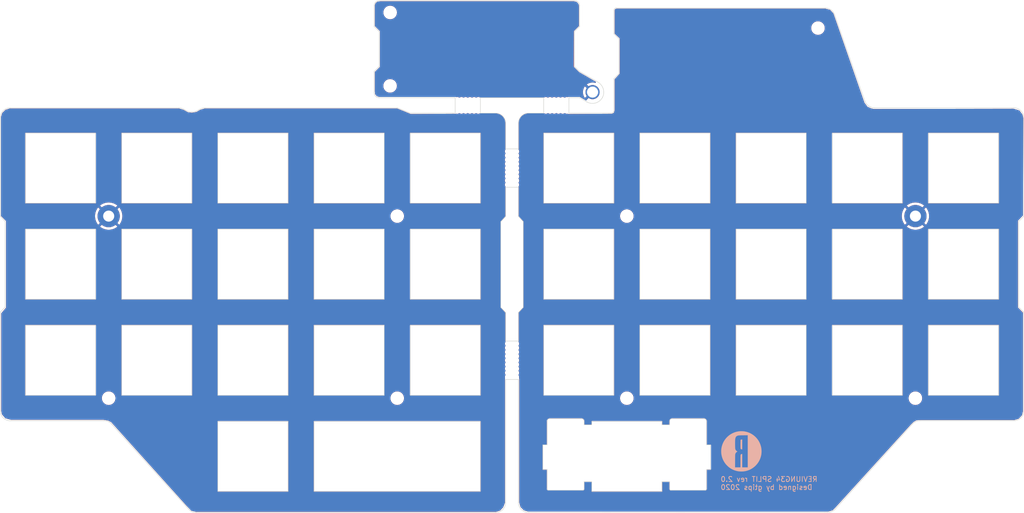
<source format=kicad_pcb>
(kicad_pcb (version 20221018) (generator pcbnew)
  (title_block (title "REVIUNG34-SPLIT-TOP") (date "2020-10-19") (rev "2.0"))
  (layers (0 "F.Cu" signal) (31 "B.Cu" signal) (34 "B.Paste" user) (35 "F.Paste" user) (36 "B.SilkS" user "B.Silkscreen") (37 "F.SilkS" user "F.Silkscreen") (38 "B.Mask" user) (39 "F.Mask" user) (44 "Edge.Cuts" user))
  (net 0 "")
  (net 1 "GND")
  (footprint "MountingHole:MountingHole_2.2mm_M2_Pad" (layer "F.Cu") (at 71.32 91.33)
    (fp_text reference "H1" hide)
    (fp_text value "MountingHole_Pad")
    (pad "1" thru_hole circle (at 0 0) (size 4.4 4.4) (drill 2.2) (layers "*.Cu" "*.Mask") (net 1 "GND"))
  )
  (footprint "MountingHole:MountingHole_2.2mm_M2_Pad" (layer "F.Cu") (at 231.11 91.33)
    (fp_text reference "H2")
    (fp_text value "MountingHole_Pad")
    (pad "1" thru_hole circle (at 0 0) (size 4.4 4.4) (drill 2.2) (layers "*.Cu" "*.Mask") (net 1 "GND"))
  )
  (footprint "MountingHole:MountingHole_2.2mm_M2" (layer "F.Cu") (at 71.32 127.43)
    (fp_text reference "REF**" hide)
    (fp_text value "MountingHole_2.2mm_M2")
    (pad "" np_thru_hole circle (at 0 0) (size 2.2 2.2) (drill 2.2) (layers "*.Cu" "*.Mask"))
  )
  (footprint "MountingHole:MountingHole_2.2mm_M2" (layer "F.Cu") (at 128.47 91.33)
    (fp_text reference "REF**" hide)
    (fp_text value "MountingHole_2.2mm_M2")
    (pad "" np_thru_hole circle (at 0 0) (size 2.2 2.2) (drill 2.2) (layers "*.Cu" "*.Mask"))
  )
  (footprint "MountingHole:MountingHole_2.2mm_M2" (layer "F.Cu") (at 128.47 127.43)
    (fp_text reference "REF**" hide)
    (fp_text value "MountingHole_2.2mm_M2")
    (pad "" np_thru_hole circle (at 0 0) (size 2.2 2.2) (drill 2.2) (layers "*.Cu" "*.Mask"))
  )
  (footprint "MountingHole:MountingHole_2.2mm_M2" (layer "F.Cu") (at 173.95 91.33)
    (fp_text reference "REF**" hide)
    (fp_text value "MountingHole_2.2mm_M2")
    (pad "" np_thru_hole circle (at 0 0) (size 2.2 2.2) (drill 2.2) (layers "*.Cu" "*.Mask"))
  )
  (footprint "MountingHole:MountingHole_2.2mm_M2" (layer "F.Cu") (at 173.95 127.43)
    (fp_text reference "REF**" hide)
    (fp_text value "MountingHole_2.2mm_M2")
    (pad "" np_thru_hole circle (at 0 0) (size 2.2 2.2) (drill 2.2) (layers "*.Cu" "*.Mask"))
  )
  (footprint "MountingHole:MountingHole_2.2mm_M2" (layer "F.Cu") (at 231.1 127.43)
    (fp_text reference "REF**" hide)
    (fp_text value "MountingHole_2.2mm_M2")
    (pad "" np_thru_hole circle (at 0 0) (size 2.2 2.2) (drill 2.2) (layers "*.Cu" "*.Mask"))
  )
  (footprint "MountingHole:MountingHole_2.2mm_M2" (layer "F.Cu") (at 211.81 54.05)
    (fp_text reference "REF**" hide)
    (fp_text value "MountingHole_2.2mm_M2")
    (pad "" np_thru_hole circle (at 0 0) (size 2.2 2.2) (drill 2.2) (layers "*.Cu" "*.Mask"))
  )
  (footprint "MountingHole:MountingHole_2.2mm_M2" (layer "F.Cu") (at 127.06 65.51)
    (fp_text reference "REF**" hide)
    (fp_text value "MountingHole_2.2mm_M2")
    (pad "" np_thru_hole circle (at 0 0) (size 2.2 2.2) (drill 2.2) (layers "*.Cu" "*.Mask"))
  )
  (footprint "MountingHole:MountingHole_2.2mm_M2" (layer "F.Cu") (at 127.07 50.96)
    (fp_text reference "REF**" hide)
    (fp_text value "MountingHole_2.2mm_M2")
    (pad "" np_thru_hole circle (at 0 0) (size 2.2 2.2) (drill 2.2) (layers "*.Cu" "*.Mask"))
  )
  (footprint "_reviung-kbd:Stamp_Holes_7.5mm" (layer "F.Cu") (at 150.33 81.8 90)
    (fp_text reference "breakaway" hide)
    (fp_text value "Stamp_Holes_7.5mm")
    (pad "" np_thru_hole circle (at -3.3 0 90) (size 0.6 0.6) (drill 0.6) (layers "*.Cu" "*.Mask"))
    (pad "" np_thru_hole circle (at -2.475 0 90) (size 0.6 0.6) (drill 0.6) (layers "*.Cu" "*.Mask"))
    (pad "" np_thru_hole circle (at -1.65 0 90) (size 0.6 0.6) (drill 0.6) (layers "*.Cu" "*.Mask"))
    (pad "" np_thru_hole circle (at -0.825 0 90) (size 0.6 0.6) (drill 0.6) (layers "*.Cu" "*.Mask"))
    (pad "" np_thru_hole circle (at 0 0 90) (size 0.6 0.6) (drill 0.6) (layers "*.Cu" "*.Mask"))
    (pad "" np_thru_hole circle (at 0.825 0 90) (size 0.6 0.6) (drill 0.6) (layers "*.Cu" "*.Mask"))
    (pad "" np_thru_hole circle (at 1.65 0 90) (size 0.6 0.6) (drill 0.6) (layers "*.Cu" "*.Mask"))
    (pad "" np_thru_hole circle (at 2.475 0 90) (size 0.6 0.6) (drill 0.6) (layers "*.Cu" "*.Mask"))
    (pad "" np_thru_hole circle (at 3.3 0.01 90) (size 0.6 0.6) (drill 0.6) (layers "*.Cu" "*.Mask"))
  )
  (footprint "_reviung-kbd:Stamp_Holes_7.5mm" (layer "F.Cu") (at 152.09 81.81 -90)
    (fp_text reference "breakaway" hide)
    (fp_text value "Stamp_Holes_7.5mm")
    (pad "" np_thru_hole circle (at -3.3 0 270) (size 0.6 0.6) (drill 0.6) (layers "*.Cu" "*.Mask"))
    (pad "" np_thru_hole circle (at -2.475 0 270) (size 0.6 0.6) (drill 0.6) (layers "*.Cu" "*.Mask"))
    (pad "" np_thru_hole circle (at -1.65 0 270) (size 0.6 0.6) (drill 0.6) (layers "*.Cu" "*.Mask"))
    (pad "" np_thru_hole circle (at -0.825 0 270) (size 0.6 0.6) (drill 0.6) (layers "*.Cu" "*.Mask"))
    (pad "" np_thru_hole circle (at 0 0 270) (size 0.6 0.6) (drill 0.6) (layers "*.Cu" "*.Mask"))
    (pad "" np_thru_hole circle (at 0.825 0 270) (size 0.6 0.6) (drill 0.6) (layers "*.Cu" "*.Mask"))
    (pad "" np_thru_hole circle (at 1.65 0 270) (size 0.6 0.6) (drill 0.6) (layers "*.Cu" "*.Mask"))
    (pad "" np_thru_hole circle (at 2.475 0 270) (size 0.6 0.6) (drill 0.6) (layers "*.Cu" "*.Mask"))
    (pad "" np_thru_hole circle (at 3.3 0.01 270) (size 0.6 0.6) (drill 0.6) (layers "*.Cu" "*.Mask"))
  )
  (footprint "_reviung-kbd:Stamp_Holes_7.5mm" (layer "F.Cu") (at 150.34 119.92 90)
    (fp_text reference "breakaway" hide)
    (fp_text value "Stamp_Holes_7.5mm")
    (pad "" np_thru_hole circle (at -3.3 0 90) (size 0.6 0.6) (drill 0.6) (layers "*.Cu" "*.Mask"))
    (pad "" np_thru_hole circle (at -2.475 0 90) (size 0.6 0.6) (drill 0.6) (layers "*.Cu" "*.Mask"))
    (pad "" np_thru_hole circle (at -1.65 0 90) (size 0.6 0.6) (drill 0.6) (layers "*.Cu" "*.Mask"))
    (pad "" np_thru_hole circle (at -0.825 0 90) (size 0.6 0.6) (drill 0.6) (layers "*.Cu" "*.Mask"))
    (pad "" np_thru_hole circle (at 0 0 90) (size 0.6 0.6) (drill 0.6) (layers "*.Cu" "*.Mask"))
    (pad "" np_thru_hole circle (at 0.825 0 90) (size 0.6 0.6) (drill 0.6) (layers "*.Cu" "*.Mask"))
    (pad "" np_thru_hole circle (at 1.65 0 90) (size 0.6 0.6) (drill 0.6) (layers "*.Cu" "*.Mask"))
    (pad "" np_thru_hole circle (at 2.475 0 90) (size 0.6 0.6) (drill 0.6) (layers "*.Cu" "*.Mask"))
    (pad "" np_thru_hole circle (at 3.3 0.01 90) (size 0.6 0.6) (drill 0.6) (layers "*.Cu" "*.Mask"))
  )
  (footprint "_reviung-kbd:Stamp_Holes_7.5mm" (layer "F.Cu") (at 152.08 119.93 -90)
    (fp_text reference "breakaway" hide)
    (fp_text value "Stamp_Holes_7.5mm")
    (pad "" np_thru_hole circle (at -3.3 0 270) (size 0.6 0.6) (drill 0.6) (layers "*.Cu" "*.Mask"))
    (pad "" np_thru_hole circle (at -2.475 0 270) (size 0.6 0.6) (drill 0.6) (layers "*.Cu" "*.Mask"))
    (pad "" np_thru_hole circle (at -1.65 0 270) (size 0.6 0.6) (drill 0.6) (layers "*.Cu" "*.Mask"))
    (pad "" np_thru_hole circle (at -0.825 0 270) (size 0.6 0.6) (drill 0.6) (layers "*.Cu" "*.Mask"))
    (pad "" np_thru_hole circle (at 0 0 270) (size 0.6 0.6) (drill 0.6) (layers "*.Cu" "*.Mask"))
    (pad "" np_thru_hole circle (at 0.825 0 270) (size 0.6 0.6) (drill 0.6) (layers "*.Cu" "*.Mask"))
    (pad "" np_thru_hole circle (at 1.65 0 270) (size 0.6 0.6) (drill 0.6) (layers "*.Cu" "*.Mask"))
    (pad "" np_thru_hole circle (at 2.475 0 270) (size 0.6 0.6) (drill 0.6) (layers "*.Cu" "*.Mask"))
    (pad "" np_thru_hole circle (at 3.3 0.01 270) (size 0.6 0.6) (drill 0.6) (layers "*.Cu" "*.Mask"))
  )
  (footprint "_reviung-kbd:Stamp_Holes_5mm" (layer "F.Cu") (at 159.98 68.26)
    (fp_text reference "breakaway" hide)
    (fp_text value "Stamp_Holes_5mm")
    (pad "" np_thru_hole circle (at -2.075 0) (size 0.6 0.6) (drill 0.6) (layers "*.Cu" "*.Mask"))
    (pad "" np_thru_hole circle (at -1.25 0) (size 0.6 0.6) (drill 0.6) (layers "*.Cu" "*.Mask"))
    (pad "" np_thru_hole circle (at -0.425 0) (size 0.6 0.6) (drill 0.6) (layers "*.Cu" "*.Mask"))
    (pad "" np_thru_hole circle (at 0.425 0) (size 0.6 0.6) (drill 0.6) (layers "*.Cu" "*.Mask"))
    (pad "" np_thru_hole circle (at 1.25 0) (size 0.6 0.6) (drill 0.6) (layers "*.Cu" "*.Mask"))
    (pad "" np_thru_hole circle (at 2.075 0) (size 0.6 0.6) (drill 0.6) (layers "*.Cu" "*.Mask"))
  )
  (footprint "_reviung-kbd:Stamp_Holes_5mm" (layer "F.Cu") (at 159.99 70.5 180)
    (fp_text reference "breakaway" hide)
    (fp_text value "Stamp_Holes_5mm")
    (pad "" np_thru_hole circle (at -2.075 0 180) (size 0.6 0.6) (drill 0.6) (layers "*.Cu" "*.Mask"))
    (pad "" np_thru_hole circle (at -1.25 0 180) (size 0.6 0.6) (drill 0.6) (layers "*.Cu" "*.Mask"))
    (pad "" np_thru_hole circle (at -0.425 0 180) (size 0.6 0.6) (drill 0.6) (layers "*.Cu" "*.Mask"))
    (pad "" np_thru_hole circle (at 0.425 0 180) (size 0.6 0.6) (drill 0.6) (layers "*.Cu" "*.Mask"))
    (pad "" np_thru_hole circle (at 1.25 0 180) (size 0.6 0.6) (drill 0.6) (layers "*.Cu" "*.Mask"))
    (pad "" np_thru_hole circle (at 2.075 0 180) (size 0.6 0.6) (drill 0.6) (layers "*.Cu" "*.Mask"))
  )
  (footprint "_reviung-kbd:Stamp_Holes_5mm" (layer "F.Cu") (at 142.45 68.26)
    (fp_text reference "breakaway" hide)
    (fp_text value "Stamp_Holes_5mm")
    (pad "" np_thru_hole circle (at -2.075 0) (size 0.6 0.6) (drill 0.6) (layers "*.Cu" "*.Mask"))
    (pad "" np_thru_hole circle (at -1.25 0) (size 0.6 0.6) (drill 0.6) (layers "*.Cu" "*.Mask"))
    (pad "" np_thru_hole circle (at -0.425 0) (size 0.6 0.6) (drill 0.6) (layers "*.Cu" "*.Mask"))
    (pad "" np_thru_hole circle (at 0.425 0) (size 0.6 0.6) (drill 0.6) (layers "*.Cu" "*.Mask"))
    (pad "" np_thru_hole circle (at 1.25 0) (size 0.6 0.6) (drill 0.6) (layers "*.Cu" "*.Mask"))
    (pad "" np_thru_hole circle (at 2.075 0) (size 0.6 0.6) (drill 0.6) (layers "*.Cu" "*.Mask"))
  )
  (footprint "_reviung-kbd:Stamp_Holes_5mm" (layer "F.Cu") (at 142.44 70.5 180)
    (fp_text reference "breakaway" hide)
    (fp_text value "Stamp_Holes_5mm")
    (pad "" np_thru_hole circle (at -2.075 0 180) (size 0.6 0.6) (drill 0.6) (layers "*.Cu" "*.Mask"))
    (pad "" np_thru_hole circle (at -1.25 0 180) (size 0.6 0.6) (drill 0.6) (layers "*.Cu" "*.Mask"))
    (pad "" np_thru_hole circle (at -0.425 0 180) (size 0.6 0.6) (drill 0.6) (layers "*.Cu" "*.Mask"))
    (pad "" np_thru_hole circle (at 0.425 0 180) (size 0.6 0.6) (drill 0.6) (layers "*.Cu" "*.Mask"))
    (pad "" np_thru_hole circle (at 1.25 0 180) (size 0.6 0.6) (drill 0.6) (layers "*.Cu" "*.Mask"))
    (pad "" np_thru_hole circle (at 2.075 0 180) (size 0.6 0.6) (drill 0.6) (layers "*.Cu" "*.Mask"))
  )
  (footprint "_reviung-kbd:MountingHole_2.2mm_M2_Pad" (layer "F.Cu") (at 167.16 66.75)
    (fp_text reference "H3")
    (fp_text value "MountingHole_Pad")
    (pad "1" thru_hole circle (at 0 0) (size 2.8 2.8) (drill 2.2) (layers "*.Cu" "*.Mask") (net 1 "GND"))
  )
  (footprint "_reviung-kbd:R-x4-ver1" (layer "B.Cu") (at 196.65 137.95 180)
    (fp_text reference "G***" hide)
    (fp_text value "LOGO" hide)
    (fp_poly (pts (xy 0.044685 2.318078) (xy 0.119655 2.289475) (xy 0.162313 2.246092) (xy 0.167647 2.214209) (xy 0.172379 2.145718) (xy 0.176485 2.046337) (xy 0.179938 1.921786) (xy 0.182713 1.777787) (xy 0.184784 1.620059) (xy 0.186128 1.454322) (xy 0.186717 1.286297) (xy 0.186527 1.121702) (xy 0.185532 0.966259) (xy 0.183708 0.825688) (xy 0.181028 0.705708) (xy 0.177467 0.61204) (xy 0.172999 0.550404) (xy 0.169918 0.531342) (xy 0.130637 0.451884) (xy 0.06279 0.402355) (xy -0.035168 0.381753) (xy -0.062449 0.381) (xy -0.148167 0.381) (xy -0.148167 2.328334) (xy -0.053913 2.328334) (xy 0.044685 2.318078)) (stroke (width 0.01)) (fill solid) (layer "B.SilkS"))
    (fp_poly (pts (xy 0.260831 3.971907) (xy 0.657619 3.927411) (xy 1.049113 3.84315) (xy 1.432102 3.719153) (xy 1.784792 3.564753) (xy 2.140065 3.365757) (xy 2.466316 3.137992) (xy 2.762983 2.884027) (xy 3.029506 2.606432) (xy 3.265324 2.307776) (xy 3.469875 1.990627) (xy 3.642599 1.657554) (xy 3.782936 1.311127) (xy 3.890325 0.953913) (xy 3.964204 0.588483) (xy 4.004013 0.217404) (xy 4.009192 -0.156754) (xy 3.979179 -0.531422) (xy 3.913413 -0.904032) (xy 3.811335 -1.272014) (xy 3.672382 -1.632799) (xy 3.495995 -1.983819) (xy 3.281612 -2.322505) (xy 3.117447 -2.54) (xy 3.01386 -2.659791) (xy 2.887277 -2.793066) (xy 2.748426 -2.929468) (xy 2.608035 -3.058642) (xy 2.476834 -3.170231) (xy 2.413 -3.219968) (xy 2.074835 -3.446517) (xy 1.717158 -3.636755) (xy 1.343354 -3.789746) (xy 0.956806 -3.904554) (xy 0.5609 -3.980244) (xy 0.15902 -4.015881) (xy -0.245449 -4.010528) (xy -0.3999 -3.997471) (xy -0.80111 -3.934916) (xy -1.188135 -3.833797) (xy -1.558906 -3.696113) (xy -1.911356 -3.523861) (xy -2.243417 -3.319042) (xy -2.405034 -3.196166) (xy -1.248834 -3.196166) (xy -0.148167 -3.196166) (xy -0.148167 -0.550333) (xy -0.068792 -0.550645) (xy 0.033079 -0.56623) (xy 0.108528 -0.613568) (xy 0.153425 -0.677627) (xy 0.161291 -0.69595) (xy 0.167965 -0.719307) (xy 0.173544 -0.75109) (xy 0.178125 -0.794695) (xy 0.181804 -0.853514) (xy 0.184678 -0.930942) (xy 0.186846 -1.030372) (xy 0.188403 -1.155197) (xy 0.189446 -1.308811) (xy 0.190074 -1.494608) (xy 0.190381 -1.715982) (xy 0.190467 -1.973791) (xy 0.1905 -3.196166) (xy 1.272135 -3.196166) (xy 1.2653 -1.920875) (xy 1.26385 -1.656552) (xy 1.262465 -1.431061) (xy 1.261012 -1.240896) (xy 1.259357 -1.082557) (xy 1.257368 -0.952539) (xy 1.25491 -0.847341) (xy 1.25185 -0.76346) (xy 1.248056 -0.697393) (xy 1.243393 -0.645637) (xy 1.237728 -0.60469) (xy 1.230929 -0.571048) (xy 1.22286 -0.54121) (xy 1.21339 -0.511673) (xy 1.211423 -0.50581) (xy 1.139046 -0.35336) (xy 1.03426 -0.222376) (xy 0.903448 -0.120649) (xy 0.88912 -0.112351) (xy 0.786274 -0.054538) (xy 0.874679 -0.004649) (xy 1.003984 0.085595) (xy 1.104226 0.196637) (xy 1.180691 0.335442) (xy 1.22357 0.455084) (xy 1.233687 0.510884) (xy 1.242607 0.603106) (xy 1.250276 0.725854) (xy 1.256643 0.873232) (xy 1.261654 1.039344) (xy 1.265256 1.218293) (xy 1.267397 1.404185) (xy 1.268024 1.591123) (xy 1.267083 1.77321) (xy 1.264523 1.944551) (xy 1.260289 2.099251) (xy 1.25433 2.231412) (xy 1.246592 2.335139) (xy 1.240855 2.382738) (xy 1.20502 2.571884) (xy 1.158718 2.724329) (xy 1.099257 2.844984) (xy 1.023947 2.938761) (xy 0.930096 3.010572) (xy 0.882907 3.036147) (xy 0.822408 3.064367) (xy 0.763371 3.087968) (xy 0.701326 3.107416) (xy 0.631804 3.123182) (xy 0.550333 3.135733) (xy 0.452443 3.145537) (xy 0.333665 3.153064) (xy 0.189528 3.158781) (xy 0.015562 3.163158) (xy -0.192704 3.166662) (xy -0.386292 3.169143) (xy -1.248834 3.179293) (xy -1.248834 -3.196166) (xy -2.405034 -3.196166) (xy -2.553023 -3.083652) (xy -2.838105 -2.819689) (xy -3.096596 -2.529153) (xy -3.326429 -2.214042) (xy -3.525536 -1.876353) (xy -3.69185 -1.518085) (xy -3.823303 -1.141236) (xy -3.917828 -0.747805) (xy -3.94736 -0.568746) (xy -3.964041 -0.409312) (xy -3.974042 -0.222012) (xy -3.977364 -0.020784) (xy -3.974008 0.180436) (xy -3.963974 0.367711) (xy -3.947321 0.526692) (xy -3.868838 0.932723) (xy -3.751869 1.323193) (xy -3.59799 1.695957) (xy -3.408777 2.048871) (xy -3.185805 2.379792) (xy -2.930652 2.686577) (xy -2.644891 2.967083) (xy -2.3301 3.219165) (xy -1.987854 3.44068) (xy -1.690249 3.596864) (xy -1.31511 3.751641) (xy -0.929223 3.866504) (xy -0.535799 3.941483) (xy -0.138045 3.976607) (xy 0.260831 3.971907)) (stroke (width 0.01)) (fill solid) (layer "B.SilkS"))
  )
  (gr_curve (pts (xy 50.803906 92.382486) (xy 50.803906 92.382486) (xy 50.803906 109.364481) (xy 50.803906 109.364481)) (stroke (width 0.1)) (layer "Edge.Cuts"))
  (gr_line (start 111.994788 132.009933) (end 144.944779 132.009933) (stroke (width 0.1)) (layer "Edge.Cuts"))
  (gr_line (start 106.844866 88.760032) (end 92.944874 88.760032) (stroke (width 0.1)) (layer "Edge.Cuts"))
  (gr_line (start 228.53016 126.859989) (end 214.630147 126.860011) (stroke (width 0.1)) (layer "Edge.Cuts"))
  (gr_line (start 233.680147 88.760032) (end 233.680147 74.860041) (stroke (width 0.1)) (layer "Edge.Cuts"))
  (gr_curve (pts (xy 182.421734 145.437064) (xy 182.421734 145.437064) (xy 182.421734 143.977958) (xy 182.421734 143.977958)) (stroke (width 0.1)) (layer "Edge.Cuts"))
  (gr_line (start 214.630147 74.860041) (end 228.530138 74.860019) (stroke (width 0.1)) (layer "Edge.Cuts"))
  (gr_curve (pts (xy 124.895939 67.866002) (xy 124.895939 67.866002) (xy 139.944869 67.866002) (xy 139.944869 67.866002)) (stroke (width 0.1)) (layer "Edge.Cuts"))
  (gr_line (start 87.794887 74.860041) (end 87.794866 88.760032) (stroke (width 0.1)) (layer "Edge.Cuts"))
  (gr_line (start 68.744909 112.960019) (end 68.744909 126.860011) (stroke (width 0.1)) (layer "Edge.Cuts"))
  (gr_curve (pts (xy 251.562324 109.364481) (xy 251.562324 109.364481) (xy 251.562324 92.382486) (xy 251.562324 92.382486)) (stroke (width 0.1)) (layer "Edge.Cuts"))
  (gr_line (start 68.744909 74.860041) (end 68.744909 88.760032) (stroke (width 0.1)) (layer "Edge.Cuts"))
  (gr_line (start 214.630147 93.910019) (end 228.530138 93.909998) (stroke (width 0.1)) (layer "Edge.Cuts"))
  (gr_line (start 87.794866 126.860011) (end 73.894874 126.859989) (stroke (width 0.1)) (layer "Edge.Cuts"))
  (gr_line (start 228.53016 88.760032) (end 214.630147 88.760032) (stroke (width 0.1)) (layer "Edge.Cuts"))
  (gr_curve (pts (xy 158.160596 145.437064) (xy 158.160596 145.437064) (xy 158.160596 141.567683) (xy 158.160596 141.567683)) (stroke (width 0.1)) (layer "Edge.Cuts"))
  (gr_curve (pts (xy 189.737114 136.677607) (xy 189.737114 136.677607) (xy 190.572464 136.677607) (xy 190.572464 136.677607)) (stroke (width 0.1)) (layer "Edge.Cuts"))
  (gr_line (start 125.894887 112.960019) (end 125.894866 126.860011) (stroke (width 0.1)) (layer "Edge.Cuts"))
  (gr_curve (pts (xy 182.421734 131.972016) (xy 182.421734 131.69587) (xy 182.645601 131.472003) (xy 182.921725 131.472003)) (stroke (width 0.1)) (layer "Edge.Cuts"))
  (gr_line (start 92.944874 93.909998) (end 106.844887 93.910019) (stroke (width 0.1)) (layer "Edge.Cuts"))
  (gr_line (start 152.48 85.62) (end 152.48 91.376259) (stroke (width 0.1)) (layer "Edge.Cuts"))
  (gr_line (start 176.530147 126.860011) (end 176.530147 112.960019) (stroke (width 0.1)) (layer "Edge.Cuts"))
  (gr_curve (pts (xy 152.48 78.000009) (xy 152.48 78.000009) (xy 149.940706 78.000009) (xy 149.940706 78.000009)) (stroke (width 0.1)) (layer "Edge.Cuts"))
  (gr_curve (pts (xy 124.89596 61.663043) (xy 124.89596 61.663043) (xy 123.895957 62.663089) (xy 123.895957 62.663089)) (stroke (width 0.1)) (layer "Edge.Cuts"))
  (gr_line (start 209.480138 112.959998) (end 209.48016 126.859989) (stroke (width 0.1)) (layer "Edge.Cuts"))
  (gr_line (start 131.044874 126.859989) (end 131.044874 112.959998) (stroke (width 0.1)) (layer "Edge.Cuts"))
  (gr_line (start 157.480168 126.860011) (end 157.480147 112.960019) (stroke (width 0.1)) (layer "Edge.Cuts"))
  (gr_curve (pts (xy 157.480147 67.866002) (xy 157.480147 67.866002) (xy 157.480147 70.9125) (xy 157.480147 70.9125)) (stroke (width 0.1)) (layer "Edge.Cuts"))
  (gr_curve (pts (xy 215.104127 51.398273) (xy 214.82334 50.596154) (xy 214.066301 50.059078) (xy 213.216456 50.059078)) (stroke (width 0.1)) (layer "Edge.Cuts"))
  (gr_curve (pts (xy 164.586905 62.663089) (xy 164.586905 62.663089) (xy 163.586902 61.663043) (xy 163.586902 61.663043)) (stroke (width 0.1)) (layer "Edge.Cuts"))
  (gr_line (start 195.580147 93.910019) (end 209.480138 93.909998) (stroke (width 0.1)) (layer "Edge.Cuts"))
  (gr_curve (pts (xy 70.434792 131.901197) (xy 71.000424 131.901197) (xy 71.539606 132.140701) (xy 71.918811 132.560395)) (stroke (width 0.1)) (layer "Edge.Cuts"))
  (gr_curve (pts (xy 163.586902 48.615993) (xy 163.586902 48.615993) (xy 124.89596 48.615993) (xy 124.89596 48.615993)) (stroke (width 0.1)) (layer "Edge.Cuts"))
  (gr_curve (pts (xy 189.237102 131.472003) (xy 189.513248 131.472003) (xy 189.737114 131.69587) (xy 189.737114 131.972016)) (stroke (width 0.1)) (layer "Edge.Cuts"))
  (gr_curve (pts (xy 49.844986 71.860009) (xy 49.844986 71.860009) (xy 49.844986 91.335026) (xy 49.844986 91.335026)) (stroke (width 0.1)) (layer "Edge.Cuts"))
  (gr_line (start 73.894874 107.809989) (end 73.894874 93.909998) (stroke (width 0.1)) (layer "Edge.Cuts"))
  (gr_line (start 131.044874 74.859998) (end 144.944887 74.860019) (stroke (width 0.1)) (layer "Edge.Cuts"))
  (gr_line (start 111.994874 112.959998) (end 125.894887 112.960019) (stroke (width 0.1)) (layer "Edge.Cuts"))
  (gr_line (start 233.680147 93.910019) (end 247.580138 93.909998) (stroke (width 0.1)) (layer "Edge.Cuts"))
  (gr_line (start 111.994767 145.909925) (end 111.994788 132.009933) (stroke (width 0.1)) (layer "Edge.Cuts"))
  (gr_curve (pts (xy 167.000345 145.914425) (xy 167.000345 145.914425) (xy 167.000345 143.977958) (xy 167.000345 143.977958)) (stroke (width 0.1)) (layer "Edge.Cuts"))
  (gr_line (start 144.944866 88.760011) (end 131.044874 88.759989) (stroke (width 0.1)) (layer "Edge.Cuts"))
  (gr_line (start 247.580138 74.860019) (end 247.58016 88.760032) (stroke (width 0.1)) (layer "Edge.Cuts"))
  (gr_line (start 195.580147 112.960019) (end 209.480138 112.959998) (stroke (width 0.1)) (layer "Edge.Cuts"))
  (gr_line (start 214.630147 112.960019) (end 228.530138 112.959998) (stroke (width 0.1)) (layer "Edge.Cuts"))
  (gr_line (start 54.844917 93.909998) (end 68.744909 93.910019) (stroke (width 0.1)) (layer "Edge.Cuts"))
  (gr_line (start 149.940663 116.100009) (end 149.940642 110.444152) (stroke (width 0.1)) (layer "Edge.Cuts"))
  (gr_line (start 190.43016 107.809989) (end 176.530147 107.810011) (stroke (width 0.1)) (layer "Edge.Cuts"))
  (gr_line (start 233.680147 107.810011) (end 233.680147 93.910019) (stroke (width 0.1)) (layer "Edge.Cuts"))
  (gr_line (start 171.38016 126.859989) (end 157.480168 126.860011) (stroke (width 0.1)) (layer "Edge.Cuts"))
  (gr_line (start 111.994874 126.859989) (end 111.994874 112.959998) (stroke (width 0.1)) (layer "Edge.Cuts"))
  (gr_curve (pts (xy 165.235531 145.68707) (xy 165.235531 145.68707) (xy 158.410581 145.68707) (xy 158.410581 145.68707)) (stroke (width 0.1)) (layer "Edge.Cuts"))
  (gr_curve (pts (xy 147.940721 70.9125) (xy 147.940721 70.9125) (xy 144.944887 70.9125) (xy 144.944887 70.9125)) (stroke (width 0.1)) (layer "Edge.Cuts"))
  (gr_curve (pts (xy 131.044874 70.9125) (xy 131.044874 70.9125) (xy 128.469859 69.860002) (xy 128.469859 69.860002)) (stroke (width 0.1)) (layer "Edge.Cuts"))
  (gr_line (start 209.480138 74.860019) (end 209.48016 88.760032) (stroke (width 0.1)) (layer "Edge.Cuts"))
  (gr_line (start 54.844896 126.859989) (end 54.844917 112.959998) (stroke (width 0.1)) (layer "Edge.Cuts"))
  (gr_line (start 148.981721 92.437133) (end 149.940642 91.389695) (stroke (width 0.1)) (layer "Edge.Cuts"))
  (gr_curve (pts (xy 164.586905 67.866002) (xy 164.586905 67.866002) (xy 164.586905 67.859241) (xy 164.586905 67.859241)) (stroke (width 0.1)) (layer "Edge.Cuts"))
  (gr_curve (pts (xy 71.918811 132.560395) (xy 71.918811 132.560395) (xy 87.181552 149.452818) (xy 87.181552 149.452818)) (stroke (width 0.1)) (layer "Edge.Cuts"))
  (gr_curve (pts (xy 171.38016 64.104797) (xy 171.38016 64.104797) (xy 171.38016 70.412509) (xy 171.38016 70.412509)) (stroke (width 0.1)) (layer "Edge.Cuts"))
  (gr_line (start 209.48016 126.859989) (end 195.580147 126.860011) (stroke (width 0.1)) (layer "Edge.Cuts"))
  (gr_curve (pts (xy 154.480007 70.9125) (xy 153.375445 70.9125) (xy 152.48 71.807945) (xy 152.48 72.912507)) (stroke (width 0.1)) (layer "Edge.Cuts"))
  (gr_curve (pts (xy 164.586905 53.732993) (xy 164.586905 53.732993) (xy 164.586905 49.615996) (xy 164.586905 49.615996)) (stroke (width 0.1)) (layer "Edge.Cuts"))
  (gr_curve (pts (xy 189.737114 131.972016) (xy 189.737114 131.972016) (xy 189.737114 136.677607) (xy 189.737114 136.677607)) (stroke (width 0.1)) (layer "Edge.Cuts"))
  (gr_curve (pts (xy 250.580149 69.860023) (xy 250.580149 69.860023) (xy 222.985666 69.860023) (xy 222.985666 69.860023)) (stroke (width 0.1)) (layer "Edge.Cuts"))
  (gr_line (start 106.844887 93.910019) (end 106.844866 107.810011) (stroke (width 0.1)) (layer "Edge.Cuts"))
  (gr_line (start 152.479978 116.100009) (end 149.940663 116.100009) (stroke (width 0.1)) (layer "Edge.Cuts"))
  (gr_curve (pts (xy 189.737114 141.567683) (xy 189.737114 141.567683) (xy 189.737114 145.437064) (xy 189.737114 145.437064)) (stroke (width 0.1)) (layer "Edge.Cuts"))
  (gr_line (start 247.580138 93.909998) (end 247.58016 107.809989) (stroke (width 0.1)) (layer "Edge.Cuts"))
  (gr_curve (pts (xy 139.944869 70.9125) (xy 139.944869 70.9125) (xy 131.044874 70.9125) (xy 131.044874 70.9125)) (stroke (width 0.1)) (layer "Edge.Cuts"))
  (gr_curve (pts (xy 172.378807 56.176104) (xy 172.378807 56.176104) (xy 172.378807 63.106107) (xy 172.378807 63.106107)) (stroke (width 0.1)) (layer "Edge.Cuts"))
  (gr_curve (pts (xy 250.58017 131.901241) (xy 251.684747 131.901243) (xy 252.580182 131.005805) (xy 252.580178 129.901229)) (stroke (width 0.1)) (layer "Edge.Cuts"))
  (gr_line (start 171.38016 107.809989) (end 157.480168 107.810011) (stroke (width 0.1)) (layer "Edge.Cuts"))
  (gr_curve (pts (xy 215.230584 149.413393) (xy 215.230584 149.413393) (xy 230.488558 132.558939) (xy 230.488558 132.558939)) (stroke (width 0.1)) (layer "Edge.Cuts"))
  (gr_line (start 157.480168 88.760032) (end 157.480147 74.860041) (stroke (width 0.1)) (layer "Edge.Cuts"))
  (gr_line (start 144.944887 112.960019) (end 144.944866 126.860011) (stroke (width 0.1)) (layer "Edge.Cuts"))
  (gr_line (start 73.894874 126.859989) (end 73.894874 112.959998) (stroke (width 0.1)) (layer "Edge.Cuts"))
  (gr_line (start 54.844896 88.760032) (end 54.844917 74.860019) (stroke (width 0.1)) (layer "Edge.Cuts"))
  (gr_line (start 149.940642 91.389695) (end 149.940663 85.62) (stroke (width 0.1)) (layer "Edge.Cuts"))
  (gr_curve (pts (xy 166.998903 132.707091) (xy 166.998903 132.707091) (xy 166.998903 132.008986) (xy 166.998903 132.008986)) (stroke (width 0.1)) (layer "Edge.Cuts"))
  (gr_curve (pts (xy 180.908347 132.008986) (xy 180.908347 132.008986) (xy 180.908347 132.707091) (xy 180.908347 132.707091)) (stroke (width 0.1)) (layer "Edge.Cuts"))
  (gr_curve (pts (xy 169.123917 67.800747) (xy 169.707658 66.715805) (xy 169.251916 65.356446) (xy 168.184963 64.740438)) (stroke (width 0.1)) (layer "Edge.Cuts"))
  (gr_curve (pts (xy 222.985666 69.860023) (xy 222.135818 69.860023) (xy 221.378777 69.322945) (xy 221.097989 68.520824)) (stroke (width 0.1)) (layer "Edge.Cuts"))
  (gr_line (start 144.944866 107.810011) (end 131.044874 107.809989) (stroke (width 0.1)) (layer "Edge.Cuts"))
  (gr_line (start 247.580138 112.959998) (end 247.58016 126.859989) (stroke (width 0.1)) (layer "Edge.Cuts"))
  (gr_curve (pts (xy 88.665523 150.111994) (xy 88.665523 150.111994) (xy 147.938977 150.111972) (xy 147.938977 150.111972)) (stroke (width 0.1)) (layer "Edge.Cuts"))
  (gr_line (start 149.940663 85.62) (end 152.48 85.62) (stroke (width 0.1)) (layer "Edge.Cuts"))
  (gr_line (start 190.430138 112.959998) (end 190.43016 126.859989) (stroke (width 0.1)) (layer "Edge.Cuts"))
  (gr_line (start 125.894866 126.860011) (end 111.994874 126.859989) (stroke (width 0.1)) (layer "Edge.Cuts"))
  (gr_line (start 87.794887 93.910019) (end 87.794866 107.810011) (stroke (width 0.1)) (layer "Edge.Cuts"))
  (gr_curve (pts (xy 149.940663 123.72) (xy 149.940663 123.72) (xy 152.479978 123.72) (xy 152.479978 123.72)) (stroke (width 0.1)) (layer "Edge.Cuts"))
  (gr_line (start 87.794887 112.960019) (end 87.794866 126.860011) (stroke (width 0.1)) (layer "Edge.Cuts"))
  (gr_line (start 157.480147 74.860041) (end 171.38016 74.860019) (stroke (width 0.1)) (layer "Edge.Cuts"))
  (gr_curve (pts (xy 165.485537 143.977958) (xy 165.485537 143.977958) (xy 165.485537 145.437064) (xy 165.485537 145.437064)) (stroke (width 0.1)) (layer "Edge.Cuts"))
  (gr_curve (pts (xy 165.485537 132.707091) (xy 165.485537 132.707091) (xy 166.998903 132.707091) (xy 166.998903 132.707091)) (stroke (width 0.1)) (layer "Edge.Cuts"))
  (gr_line (start 144.944887 93.910019) (end 144.944866 107.810011) (stroke (width 0.1)) (layer "Edge.Cuts"))
  (gr_line (start 106.844887 112.960019) (end 106.844866 126.860011) (stroke (width 0.1)) (layer "Edge.Cuts"))
  (gr_curve (pts (xy 180.908347 132.707091) (xy 180.908347 132.707091) (xy 182.421734 132.707091) (xy 182.421734 132.707091)) (stroke (width 0.1)) (layer "Edge.Cuts"))
  (gr_line (start 171.38016 93.909998) (end 171.38016 107.809989) (stroke (width 0.1)) (layer "Edge.Cuts"))
  (gr_curve (pts (xy 171.38016 70.412509) (xy 171.38016 70.688646) (xy 171.156306 70.9125) (xy 170.880169 70.9125)) (stroke (width 0.1)) (layer "Edge.Cuts"))
  (gr_line (start 131.044874 88.759989) (end 131.044874 74.859998) (stroke (width 0.1)) (layer "Edge.Cuts"))
  (gr_curve (pts (xy 158.660587 131.472003) (xy 158.660587 131.472003) (xy 164.985546 131.472003) (xy 164.985546 131.472003)) (stroke (width 0.1)) (layer "Edge.Cuts"))
  (gr_line (start 144.944779 132.009933) (end 144.944758 145.909946) (stroke (width 0.1)) (layer "Edge.Cuts"))
  (gr_curve (pts (xy 231.971229 131.901197) (xy 231.971229 131.901197) (xy 250.58017 131.901241) (xy 250.58017 131.901241)) (stroke (width 0.1)) (layer "Edge.Cuts"))
  (gr_curve (pts (xy 171.880172 50.0591) (xy 171.604023 50.0591) (xy 171.38016 50.282963) (xy 171.38016 50.559113)) (stroke (width 0.1)) (layer "Edge.Cuts"))
  (gr_curve (pts (xy 124.89596 54.73304) (xy 124.89596 54.73304) (xy 124.89596 61.663043) (xy 124.89596 61.663043)) (stroke (width 0.1)) (layer "Edge.Cuts"))
  (gr_line (start 176.530147 93.910019) (end 190.430138 93.909998) (stroke (width 0.1)) (layer "Edge.Cuts"))
  (gr_line (start 233.680147 112.960019) (end 247.580138 112.959998) (stroke (width 0.1)) (layer "Edge.Cuts"))
  (gr_line (start 106.844866 126.860011) (end 92.944874 126.859989) (stroke (width 0.1)) (layer "Edge.Cuts"))
  (gr_curve (pts (xy 149.940728 148.111965) (xy 149.940728 148.111965) (xy 149.940663 123.72) (xy 149.940663 123.72)) (stroke (width 0.1)) (layer "Edge.Cuts"))
  (gr_curve (pts (xy 157.325225 141.567683) (xy 157.325225 141.567683) (xy 157.325225 136.677607) (xy 157.325225 136.677607)) (stroke (width 0.1)) (layer "Edge.Cuts"))
  (gr_curve (pts (xy 154.480812 150.099419) (xy 154.480812 150.099419) (xy 213.747234 150.07287) (xy 213.747234 150.07287)) (stroke (width 0.1)) (layer "Edge.Cuts"))
  (gr_curve (pts (xy 162.480165 67.866002) (xy 162.480165 67.866002) (xy 164.586905 67.866002) (xy 164.586905 67.866002)) (stroke (width 0.1)) (layer "Edge.Cuts"))
  (gr_line (start 190.43016 88.760032) (end 176.530147 88.760032) (stroke (width 0.1)) (layer "Edge.Cuts"))
  (gr_line (start 247.58016 88.760032) (end 233.680147 88.760032) (stroke (width 0.1)) (layer "Edge.Cuts"))
  (gr_curve (pts (xy 123.895957 66.86602) (xy 123.895957 67.418295) (xy 124.343664 67.866002) (xy 124.895939 67.866002)) (stroke (width 0.1)) (layer "Edge.Cuts"))
  (gr_line (start 195.580147 74.860041) (end 209.480138 74.860019) (stroke (width 0.1)) (layer "Edge.Cuts"))
  (gr_line (start 171.38016 88.760032) (end 157.480168 88.760032) (stroke (width 0.1)) (layer "Edge.Cuts"))
  (gr_curve (pts (xy 163.586902 61.663043) (xy 163.586902 61.663043) (xy 163.586902 54.73304) (xy 163.586902 54.73304)) (stroke (width 0.1)) (layer "Edge.Cuts"))
  (gr_curve (pts (xy 252.580156 71.86003) (xy 252.580156 70.755457) (xy 251.684722 69.860023) (xy 250.580149 69.860023)) (stroke (width 0.1)) (layer "Edge.Cuts"))
  (gr_line (start 92.944874 132.009998) (end 106.844887 132.010019) (stroke (width 0.1)) (layer "Edge.Cuts"))
  (gr_line (start 209.48016 107.809989) (end 195.580147 107.810011) (stroke (width 0.1)) (layer "Edge.Cuts"))
  (gr_line (start 176.530147 74.860041) (end 190.430138 74.860019) (stroke (width 0.1)) (layer "Edge.Cuts"))
  (gr_curve (pts (xy 89.208195 70.251767) (xy 88.806459 70.529036) (xy 88.320118 70.691971) (xy 87.794887 70.691971)) (stroke (width 0.1)) (layer "Edge.Cuts"))
  (gr_curve (pts (xy 144.944887 70.9125) (xy 144.944887 70.9125) (xy 144.944887 67.866002) (xy 144.944887 67.866002)) (stroke (width 0.1)) (layer "Edge.Cuts"))
  (gr_line (start 176.530147 107.810011) (end 176.530147 93.910019) (stroke (width 0.1)) (layer "Edge.Cuts"))
  (gr_line (start 73.894874 88.760032) (end 73.894874 74.860019) (stroke (width 0.1)) (layer "Edge.Cuts"))
  (gr_curve (pts (xy 51.844993 69.860002) (xy 50.740419 69.860002) (xy 49.844986 70.755435) (xy 49.844986 71.860009)) (stroke (width 0.1)) (layer "Edge.Cuts"))
  (gr_curve (pts (xy 123.895957 49.615996) (xy 123.895957 49.615996) (xy 123.895957 53.732993) (xy 123.895957 53.732993)) (stroke (width 0.1)) (layer "Edge.Cuts"))
  (gr_line (start 149.940642 110.444152) (end 148.981721 109.41915) (stroke (width 0.1)) (layer "Edge.Cuts"))
  (gr_line (start 92.944874 126.859989) (end 92.944874 112.959998) (stroke (width 0.1)) (layer "Edge.Cuts"))
  (gr_curve (pts (xy 182.921725 131.472003) (xy 182.921725 131.472003) (xy 189.237102 131.472003) (xy 189.237102 131.472003)) (stroke (width 0.1)) (layer "Edge.Cuts"))
  (gr_curve (pts (xy 171.38016 55.177414) (xy 171.38016 55.177414) (xy 172.378807 56.176104) (xy 172.378807 56.176104)) (stroke (width 0.1)) (layer "Edge.Cuts"))
  (gr_curve (pts (xy 158.160596 141.567683) (xy 158.160596 141.567683) (xy 157.325225 141.567683) (xy 157.325225 141.567683)) (stroke (width 0.1)) (layer "Edge.Cuts"))
  (gr_line (start 171.38016 74.860019) (end 171.38016 88.760032) (stroke (width 0.1)) (layer "Edge.Cuts"))
  (gr_line (start 190.430138 93.909998) (end 190.43016 107.809989) (stroke (width 0.1)) (layer "Edge.Cuts"))
  (gr_curve (pts (xy 213.216456 50.059078) (xy 213.216456 50.059078) (xy 171.880172 50.0591) (xy 171.880172 50.0591)) (stroke (width 0.1)) (layer "Edge.Cuts"))
  (gr_line (start 190.430138 74.860019) (end 190.43016 88.760032) (stroke (width 0.1)) (layer "Edge.Cuts"))
  (gr_line (start 153.438921 109.405714) (end 152.48 110.430716) (stroke (width 0.1)) (layer "Edge.Cuts"))
  (gr_curve (pts (xy 168.184963 64.740438) (xy 168.184963 64.740438) (xy 164.586905 62.663089) (xy 164.586905 62.663089)) (stroke (width 0.1)) (layer "Edge.Cuts"))
  (gr_line (start 195.580147 107.810011) (end 195.580147 93.910019) (stroke (width 0.1)) (layer "Edge.Cuts"))
  (gr_curve (pts (xy 166.016684 68.684729) (xy 167.112717 69.317548) (xy 168.519905 68.923368) (xy 169.123917 67.800747)) (stroke (width 0.1)) (layer "Edge.Cuts"))
  (gr_line (start 214.630147 126.860011) (end 214.630147 112.960019) (stroke (width 0.1)) (layer "Edge.Cuts"))
  (gr_curve (pts (xy 182.67174 145.68707) (xy 182.533656 145.68707) (xy 182.421734 145.575126) (xy 182.421734 145.437064)) (stroke (width 0.1)) (layer "Edge.Cuts"))
  (gr_line (start 92.944874 145.909989) (end 92.944874 132.009998) (stroke (width 0.1)) (layer "Edge.Cuts"))
  (gr_curve (pts (xy 213.747234 150.07287) (xy 214.312681 150.072612) (xy 214.851602 149.833027) (xy 215.230584 149.413393)) (stroke (width 0.1)) (layer "Edge.Cuts"))
  (gr_line (start 73.894874 112.959998) (end 87.794887 112.960019) (stroke (width 0.1)) (layer "Edge.Cuts"))
  (gr_line (start 54.844896 107.809989) (end 54.844917 93.909998) (stroke (width 0.1)) (layer "Edge.Cuts"))
  (gr_line (start 157.480168 107.810011) (end 157.480147 93.910019) (stroke (width 0.1)) (layer "Edge.Cuts"))
  (gr_line (start 111.994874 74.860019) (end 125.894887 74.860041) (stroke (width 0.1)) (layer "Edge.Cuts"))
  (gr_curve (pts (xy 139.944869 67.866002) (xy 139.944869 67.866002) (xy 139.944869 70.9125) (xy 139.944869 70.9125)) (stroke (width 0.1)) (layer "Edge.Cuts"))
  (gr_curve (pts (xy 252.580156 91.335026) (xy 252.580156 91.335026) (xy 252.580156 71.86003) (xy 252.580156 71.86003)) (stroke (width 0.1)) (layer "Edge.Cuts"))
  (gr_line (start 209.48016 88.760032) (end 195.580147 88.760032) (stroke (width 0.1)) (layer "Edge.Cuts"))
  (gr_line (start 92.944874 74.860019) (end 106.844887 74.860041) (stroke (width 0.1)) (layer "Edge.Cuts"))
  (gr_line (start 106.844866 107.810011) (end 92.944874 107.809989) (stroke (width 0.1)) (layer "Edge.Cuts"))
  (gr_line (start 92.944874 112.959998) (end 106.844887 112.960019) (stroke (width 0.1)) (layer "Edge.Cuts"))
  (gr_line (start 125.894887 74.860041) (end 125.894866 88.760032) (stroke (width 0.1)) (layer "Edge.Cuts"))
  (gr_curve (pts (xy 252.580091 110.389483) (xy 252.580091 110.389483) (xy 251.562324 109.364481) (xy 251.562324 109.364481)) (stroke (width 0.1)) (layer "Edge.Cuts"))
  (gr_line (start 144.944866 126.860011) (end 131.044874 126.859989) (stroke (width 0.1)) (layer "Edge.Cuts"))
  (gr_line (start 214.630147 107.810011) (end 214.630147 93.910019) (stroke (width 0.1)) (layer "Edge.Cuts"))
  (gr_curve (pts (xy 149.940706 78.000009) (xy 149.940706 78.000009) (xy 149.940728 72.912507) (xy 149.940728 72.912507)) (stroke (width 0.1)) (layer "Edge.Cuts"))
  (gr_curve (pts (xy 123.895957 53.732993) (xy 123.895957 53.732993) (xy 124.89596 54.73304) (xy 124.89596 54.73304)) (stroke (width 0.1)) (layer "Edge.Cuts"))
  (gr_curve (pts (xy 170.880169 70.9125) (xy 170.880169 70.9125) (xy 162.480165 70.9125) (xy 162.480165 70.9125)) (stroke (width 0.1)) (layer "Edge.Cuts"))
  (gr_line (start 111.994874 107.809989) (end 111.994874 93.909998) (stroke (width 0.1)) (layer "Edge.Cuts"))
  (gr_line (start 247.58016 107.809989) (end 233.680147 107.810011) (stroke (width 0.1)) (layer "Edge.Cuts"))
  (gr_curve (pts (xy 123.895957 62.663089) (xy 123.895957 62.663089) (xy 123.895957 66.86602) (xy 123.895957 66.86602)) (stroke (width 0.1)) (layer "Edge.Cuts"))
  (gr_curve (pts (xy 180.906904 143.977958) (xy 180.906904 143.977958) (xy 180.906904 145.914425) (xy 180.906904 145.914425)) (stroke (width 0.1)) (layer "Edge.Cuts"))
  (gr_curve (pts (xy 164.586905 49.615996) (xy 164.586905 49.063709) (xy 164.139188 48.615993) (xy 163.586902 48.615993)) (stroke (width 0.1)) (layer "Edge.Cuts"))
  (gr_line (start 171.38016 112.959998) (end 171.38016 126.859989) (stroke (width 0.1)) (layer "Edge.Cuts"))
  (gr_curve (pts (xy 87.794887 70.691971) (xy 87.269652 70.691971) (xy 86.783295 70.529033) (xy 86.38155 70.251759)) (stroke (width 0.1)) (layer "Edge.Cuts"))
  (gr_line (start 111.994874 88.760032) (end 111.994874 74.860019) (stroke (width 0.1)) (layer "Edge.Cuts"))
  (gr_line (start 195.580147 126.860011) (end 195.580147 112.960019) (stroke (width 0.1)) (layer "Edge.Cuts"))
  (gr_line (start 87.794866 88.760032) (end 73.894874 88.760032) (stroke (width 0.1)) (layer "Edge.Cuts"))
  (gr_line (start 157.480147 112.960019) (end 171.38016 112.959998) (stroke (width 0.1)) (layer "Edge.Cuts"))
  (gr_line (start 195.580147 88.760032) (end 195.580147 74.860041) (stroke (width 0.1)) (layer "Edge.Cuts"))
  (gr_line (start 228.530138 74.860019) (end 228.53016 88.760032) (stroke (width 0.1)) (layer "Edge.Cuts"))
  (gr_curve (pts (xy 164.586905 67.859241) (xy 164.586905 67.859241) (xy 166.016684 68.684729) (xy 166.016684 68.684729)) (stroke (width 0.1)) (layer "Edge.Cuts"))
  (gr_curve (pts (xy 149.940728 72.912507) (xy 149.940728 71.807945) (xy 149.045304 70.9125) (xy 147.940721 70.9125)) (stroke (width 0.1)) (layer "Edge.Cuts"))
  (gr_curve (pts (xy 147.938977 150.111972) (xy 149.044228 150.112941) (xy 149.940728 149.217238) (xy 149.940728 148.111965)) (stroke (width 0.1)) (layer "Edge.Cuts"))
  (gr_curve (pts (xy 182.421734 143.977958) (xy 182.421734 143.977958) (xy 180.906904 143.977958) (xy 180.906904 143.977958)) (stroke (width 0.1)) (layer "Edge.Cuts"))
  (gr_line (start 92.944874 107.809989) (end 92.944874 93.909998) (stroke (width 0.1)) (layer "Edge.Cuts"))
  (gr_line (start 176.530147 112.960019) (end 190.430138 112.959998) (stroke (width 0.1)) (layer "Edge.Cuts"))
  (gr_curve (pts (xy 86.38155 70.251759) (xy 86.029591 70.008846) (xy 85.621641 69.860002) (xy 85.193994 69.860002)) (stroke (width 0.1)) (layer "Edge.Cuts"))
  (gr_curve (pts (xy 189.737114 145.437064) (xy 189.737114 145.575126) (xy 189.62517 145.68707) (xy 189.487108 145.68707)) (stroke (width 0.1)) (layer "Edge.Cuts"))
  (gr_line (start 233.680147 126.860011) (end 233.680147 112.960019) (stroke (width 0.1)) (layer "Edge.Cuts"))
  (gr_curve (pts (xy 189.487108 145.68707) (xy 189.487108 145.68707) (xy 182.67174 145.68707) (xy 182.67174 145.68707)) (stroke (width 0.1)) (layer "Edge.Cuts"))
  (gr_line (start 233.680147 74.860041) (end 247.580138 74.860019) (stroke (width 0.1)) (layer "Edge.Cuts"))
  (gr_curve (pts (xy 49.844986 91.335026) (xy 49.844986 91.335026) (xy 50.803906 92.382486) (xy 50.803906 92.382486)) (stroke (width 0.1)) (layer "Edge.Cuts"))
  (gr_curve (pts (xy 166.998903 132.008986) (xy 166.998903 132.008986) (xy 180.908347 132.008986) (xy 180.908347 132.008986)) (stroke (width 0.1)) (layer "Edge.Cuts"))
  (gr_line (start 125.894866 107.810011) (end 111.994874 107.809989) (stroke (width 0.1)) (layer "Edge.Cuts"))
  (gr_curve (pts (xy 124.89596 48.615993) (xy 124.343673 48.615993) (xy 123.895957 49.063709) (xy 123.895957 49.615996)) (stroke (width 0.1)) (layer "Edge.Cuts"))
  (gr_line (start 153.438921 92.423719) (end 153.438921 109.405714) (stroke (width 0.1)) (layer "Edge.Cuts"))
  (gr_line (start 228.530138 112.959998) (end 228.53016 126.859989) (stroke (width 0.1)) (layer "Edge.Cuts"))
  (gr_curve (pts (xy 158.160596 131.972016) (xy 158.160596 131.69587) (xy 158.384441 131.472003) (xy 158.660587 131.472003)) (stroke (width 0.1)) (layer "Edge.Cuts"))
  (gr_line (start 125.894887 93.910019) (end 125.894866 107.810011) (stroke (width 0.1)) (layer "Edge.Cuts"))
  (gr_line (start 87.794866 107.810011) (end 73.894874 107.809989) (stroke (width 0.1)) (layer "Edge.Cuts"))
  (gr_curve (pts (xy 221.097989 68.520824) (xy 221.097989 68.520824) (xy 215.104127 51.398273) (xy 215.104127 51.398273)) (stroke (width 0.1)) (layer "Edge.Cuts"))
  (gr_line (start 68.744909 93.910019) (end 68.744909 107.810011) (stroke (width 0.1)) (layer "Edge.Cuts"))
  (gr_line (start 54.844917 112.959998) (end 68.744909 112.960019) (stroke (width 0.1)) (layer "Edge.Cuts"))
  (gr_curve (pts (xy 180.906904 145.914425) (xy 180.906904 145.914425) (xy 167.000345 145.914425) (xy 167.000345 145.914425)) (stroke (width 0.1)) (layer "Edge.Cuts"))
  (gr_curve (pts (xy 152.479978 123.72) (xy 152.479978 123.72) (xy 152.479914 148.099412) (xy 152.479914 148.099412)) (stroke (width 0.1)) (layer "Edge.Cuts"))
  (gr_line (start 68.744909 126.860011) (end 54.844896 126.859989) (stroke (width 0.1)) (layer "Edge.Cuts"))
  (gr_line (start 190.43016 126.859989) (end 176.530147 126.860011) (stroke (width 0.1)) (layer "Edge.Cuts"))
  (gr_line (start 214.630147 88.760032) (end 214.630147 74.860041) (stroke (width 0.1)) (layer "Edge.Cuts"))
  (gr_curve (pts (xy 85.193994 69.860002) (xy 85.193994 69.860002) (xy 51.844993 69.860002) (xy 51.844993 69.860002)) (stroke (width 0.1)) (layer "Edge.Cuts"))
  (gr_curve (pts (xy 158.160596 136.677607) (xy 158.160596 136.677607) (xy 158.160596 131.972016) (xy 158.160596 131.972016)) (stroke (width 0.1)) (layer "Edge.Cuts"))
  (gr_line (start 73.894874 74.860019) (end 87.794887 74.860041) (stroke (width 0.1)) (layer "Edge.Cuts"))
  (gr_curve (pts (xy 157.325225 136.677607) (xy 157.325225 136.677607) (xy 158.160596 136.677607) (xy 158.160596 136.677607)) (stroke (width 0.1)) (layer "Edge.Cuts"))
  (gr_line (start 152.48 91.376259) (end 153.438921 92.423719) (stroke (width 0.1)) (layer "Edge.Cuts"))
  (gr_line (start 131.044874 93.909998) (end 144.944887 93.910019) (stroke (width 0.1)) (layer "Edge.Cuts"))
  (gr_line (start 111.994874 93.909998) (end 125.894887 93.910019) (stroke (width 0.1)) (layer "Edge.Cuts"))
  (gr_line (start 106.844887 74.860041) (end 106.844866 88.760032) (stroke (width 0.1)) (layer "Edge.Cuts"))
  (gr_curve (pts (xy 171.38016 50.559113) (xy 171.38016 50.559113) (xy 171.38016 55.177414) (xy 171.38016 55.177414)) (stroke (width 0.1)) (layer "Edge.Cuts"))
  (gr_line (start 144.944758 145.909946) (end 111.994767 145.909925) (stroke (width 0.1)) (layer "Edge.Cuts"))
  (gr_line (start 131.044874 107.809989) (end 131.044874 93.909998) (stroke (width 0.1)) (layer "Edge.Cuts"))
  (gr_curve (pts (xy 190.572464 136.677607) (xy 190.572464 136.677607) (xy 190.572464 141.567683) (xy 190.572464 141.567683)) (stroke (width 0.1)) (layer "Edge.Cuts"))
  (gr_curve (pts (xy 230.488558 132.558939) (xy 230.867702 132.140124) (xy 231.40629 131.901196) (xy 231.971229 131.901197)) (stroke (width 0.1)) (layer "Edge.Cuts"))
  (gr_curve (pts (xy 49.844899 129.901182) (xy 49.844895 131.005758) (xy 50.74033 131.901197) (xy 51.844907 131.901197)) (stroke (width 0.1)) (layer "Edge.Cuts"))
  (gr_line (start 228.530138 93.909998) (end 228.53016 107.809989) (stroke (width 0.1)) (layer "Edge.Cuts"))
  (gr_curve (pts (xy 157.480147 70.9125) (xy 157.480147 70.9125) (xy 154.480007 70.9125) (xy 154.480007 70.9125)) (stroke (width 0.1)) (layer "Edge.Cuts"))
  (gr_line (start 92.944874 88.760032) (end 92.944874 74.860019) (stroke (width 0.1)) (layer "Edge.Cuts"))
  (gr_line (start 68.744909 107.810011) (end 54.844896 107.809989) (stroke (width 0.1)) (layer "Edge.Cuts"))
  (gr_curve (pts (xy 162.480165 70.9125) (xy 162.480165 70.9125) (xy 162.480165 67.866002) (xy 162.480165 67.866002)) (stroke (width 0.1)) (layer "Edge.Cuts"))
  (gr_curve (pts (xy 167.000345 143.977958) (xy 167.000345 143.977958) (xy 165.485537 143.977958) (xy 165.485537 143.977958)) (stroke (width 0.1)) (layer "Edge.Cuts"))
  (gr_curve (pts (xy 144.944887 67.866002) (xy 144.944887 67.866002) (xy 157.480147 67.866002) (xy 157.480147 67.866002)) (stroke (width 0.1)) (layer "Edge.Cuts"))
  (gr_curve (pts (xy 87.181552 149.452818) (xy 87.560744 149.872498) (xy 88.09991 150.111994) (xy 88.665523 150.111994)) (stroke (width 0.1)) (layer "Edge.Cuts"))
  (gr_line (start 131.044874 112.959998) (end 144.944887 112.960019) (stroke (width 0.1)) (layer "Edge.Cuts"))
  (gr_line (start 176.530147 88.760032) (end 176.530147 74.860041) (stroke (width 0.1)) (layer "Edge.Cuts"))
  (gr_line (start 148.981721 109.41915) (end 148.981721 92.437133) (stroke (width 0.1)) (layer "Edge.Cuts"))
  (gr_curve (pts (xy 165.485537 145.437064) (xy 165.485537 145.575126) (xy 165.373614 145.68707) (xy 165.235531 145.68707)) (stroke (width 0.1)) (layer "Edge.Cuts"))
  (gr_curve (pts (xy 164.985546 131.472003) (xy 165.26167 131.472003) (xy 165.485537 131.69587) (xy 165.485537 131.972016)) (stroke (width 0.1)) (layer "Edge.Cuts"))
  (gr_curve (pts (xy 152.48 72.912507) (xy 152.48 72.912507) (xy 152.48 78.000009) (xy 152.48 78.000009)) (stroke (width 0.1)) (layer "Edge.Cuts"))
  (gr_curve (pts (xy 51.844907 131.901197) (xy 51.844907 131.901197) (xy 70.434792 131.901197) (xy 70.434792 131.901197)) (stroke (width 0.1)) (layer "Edge.Cuts"))
  (gr_curve (pts (xy 90.395763 69.860002) (xy 89.968111 69.860002) (xy 89.560158 70.008851) (xy 89.208195 70.251767)) (stroke (width 0.1)) (layer "Edge.Cuts"))
  (gr_curve (pts (xy 50.803906 109.364481) (xy 50.803906 109.364481) (xy 49.844986 110.389483) (xy 49.844986 110.389483)) (stroke (width 0.1)) (layer "Edge.Cuts"))
  (gr_curve (pts (xy 165.485537 131.972016) (xy 165.485537 131.972016) (xy 165.485537 132.707091) (xy 165.485537 132.707091)) (stroke (width 0.1)) (layer "Edge.Cuts"))
  (gr_curve (pts (xy 182.421734 132.707091) (xy 182.421734 132.707091) (xy 182.421734 131.972016) (xy 182.421734 131.972016)) (stroke (width 0.1)) (layer "Edge.Cuts"))
  (gr_curve (pts (xy 128.469859 69.860002) (xy 128.469859 69.860002) (xy 90.395763 69.860002) (xy 90.395763 69.860002)) (stroke (width 0.1)) (layer "Edge.Cuts"))
  (gr_line (start 157.480147 93.910019) (end 171.38016 93.909998) (stroke (width 0.1)) (layer "Edge.Cuts"))
  (gr_line (start 152.48 110.430716) (end 152.479978 116.100009) (stroke (width 0.1)) (layer "Edge.Cuts"))
  (gr_line (start 228.53016 107.809989) (end 214.630147 107.810011) (stroke (width 0.1)) (layer "Edge.Cuts"))
  (gr_line (start 125.894866 88.760032) (end 111.994874 88.760032) (stroke (width 0.1)) (layer "Edge.Cuts"))
  (gr_curve (pts (xy 172.378807 63.106107) (xy 172.378807 63.106107) (xy 171.38016 64.104797) (xy 171.38016 64.104797)) (stroke (width 0.1)) (layer "Edge.Cuts"))
  (gr_line (start 247.58016 126.859989) (end 233.680147 126.860011) (stroke (width 0.1)) (layer "Edge.Cuts"))
  (gr_curve (pts (xy 163.586902 54.73304) (xy 163.586902 54.73304) (xy 164.586905 53.732993) (xy 164.586905 53.732993)) (stroke (width 0.1)) (layer "Edge.Cuts"))
  (gr_line (start 73.894874 93.909998) (end 87.794887 93.910019) (stroke (width 0.1)) (layer "Edge.Cuts"))
  (gr_curve (pts (xy 252.580178 129.901229) (xy 252.580178 129.901229) (xy 252.580091 110.389483) (xy 252.580091 110.389483)) (stroke (width 0.1)) (layer "Edge.Cuts"))
  (gr_line (start 106.844866 145.910011) (end 92.944874 145.909989) (stroke (width 0.1)) (layer "Edge.Cuts"))
  (gr_line (start 106.844887 132.010019) (end 106.844866 145.910011) (stroke (width 0.1)) (layer "Edge.Cuts"))
  (gr_curve (pts (xy 190.572464 141.567683) (xy 190.572464 141.567683) (xy 189.737114 141.567683) (xy 189.737114 141.567683)) (stroke (width 0.1)) (layer "Edge.Cuts"))
  (gr_line (start 209.480138 93.909998) (end 209.48016 107.809989) (stroke (width 0.1)) (layer "Edge.Cuts"))
  (gr_line (start 144.944887 74.860019) (end 144.944866 88.760011) (stroke (width 0.1)) (layer "Edge.Cuts"))
  (gr_curve (pts (xy 152.479914 148.099412) (xy 152.479911 149.204335) (xy 153.375889 150.099914) (xy 154.480812 150.099419)) (stroke (width 0.1)) (layer "Edge.Cuts"))
  (gr_curve (pts (xy 251.562324 92.382486) (xy 251.562324 92.382486) (xy 252.580156 91.335026) (xy 252.580156 91.335026)) (stroke (width 0.1)) (layer "Edge.Cuts"))
  (gr_line (start 54.844917 74.860019) (end 68.744909 74.860041) (stroke (width 0.1)) (layer "Edge.Cuts"))
  (gr_curve (pts (xy 158.410581 145.68707) (xy 158.272519 145.68707) (xy 158.160596 145.575126) (xy 158.160596 145.437064)) (stroke (width 0.1)) (layer "Edge.Cuts"))
  (gr_curve (pts (xy 49.844986 110.389483) (xy 49.844986 110.389483) (xy 49.844899 129.901182) (xy 49.844899 129.901182)) (stroke (width 0.1)) (layer "Edge.Cuts"))
  (gr_line (start 68.744909 88.760032) (end 54.844896 88.760032) (stroke (width 0.1)) (layer "Edge.Cuts"))
  (gr_text "REVIUNG34 SPLIT rev 2.0\nDesigned by gtips 2020" (at 192.45 144.3) (layer "B.SilkS") (effects (font (size 1 1)) (justify right mirror)))
  (zone (net 1) (net_name "GND") (layer "F.Cu") (connect_pads (clearance 0.35)) (min_thickness 0.254) (fill yes (thermal_gap 0.508) (thermal_bridge_width 0.508))
    (polygon (pts (xy 164.05 48.9) (xy 164.4 49.4) (xy 164.45 49.8) (xy 164.45 53.65) (xy 163.45 54.65) (xy 163.45 61.75) (xy 164.5 62.8) (xy 167.45 64.5) (xy 168.25 64.95) (xy 168.95 65.7) (xy 169.25 66.85) (xy 169 67.75) (xy 168.3 68.5) (xy 167.3 68.8) (xy 166.4 68.7) (xy 164.65 67.7) (xy 162.35 67.7) (xy 162.35 71.1) (xy 171 71.05) (xy 171.4 70.85) (xy 171.55 70.35) (xy 171.55 64.2) (xy 172.55 63.1) (xy 172.55 56.1) (xy 171.55 55.15) (xy 171.55 50.6) (xy 171.6 50.3) (xy 171.95 50.2) (xy 213.25 50.2) (xy 214.2 50.45) (xy 214.85 51.15) (xy 221 68.85) (xy 221.6 69.65) (xy 222.35 70) (xy 222.9 70.1) (xy 250.55 70.05) (xy 251.7 70.4) (xy 252.3 71.2) (xy 252.45 71.85) (xy 252.4 91.2) (xy 251.4 92.25) (xy 251.4 109.45) (xy 252.4 110.45) (xy 252.4 130) (xy 252.2 130.8) (xy 251.55 131.5) (xy 250.7 131.75) (xy 232 131.75) (xy 231.3 131.8) (xy 230.7 132.15) (xy 230.15 132.7) (xy 215.3 149.05) (xy 214.7 149.65) (xy 213.8 149.9) (xy 154.4 149.9) (xy 153.55 149.65) (xy 152.9 149) (xy 152.65 148.1) (xy 152.65 123.55) (xy 149.8 123.55) (xy 149.8 148.15) (xy 149.45 149.05) (xy 148.85 149.7) (xy 148.05 149.95) (xy 88.6 149.95) (xy 87.7 149.7) (xy 86.75 148.75) (xy 71.85 132.2) (xy 71.2 131.85) (xy 70.3 131.7) (xy 51.95 131.7) (xy 50.85 131.4) (xy 50.2 130.65) (xy 50.05 130) (xy 50.05 110.6) (xy 51 109.45) (xy 51 92.3) (xy 50 91.3) (xy 50 71.7) (xy 50.25 70.9) (xy 50.9 70.25) (xy 51.75 70) (xy 85.25 70) (xy 86.1 70.25) (xy 87 70.75) (xy 87.8 70.85) (xy 88.7 70.7) (xy 89.5 70.25) (xy 90.35 70) (xy 128.45 70) (xy 131.15 71.1) (xy 140.1 71.05) (xy 140.1 67.7) (xy 124.95 67.7) (xy 124.45 67.55) (xy 124.1 67.15) (xy 124.05 66.6) (xy 124.05 62.75) (xy 125.05 61.75) (xy 125.05 54.65) (xy 124.05 53.65) (xy 124.05 49.5) (xy 124.2 49.1) (xy 124.6 48.8) (xy 125.15 48.75) (xy 163.5 48.75)))
  )
  (zone (net 1) (net_name "GND") (layer "B.Cu") (connect_pads (clearance 0.35)) (min_thickness 0.254) (fill yes (thermal_gap 0.508) (thermal_bridge_width 0.508))
    (polygon (pts (xy 164.05 48.9) (xy 164.4 49.35) (xy 164.45 49.8) (xy 164.45 53.65) (xy 163.45 54.65) (xy 163.4 61.7) (xy 164.5 62.8) (xy 167.45 64.5) (xy 168.25 64.95) (xy 169 65.75) (xy 169.25 66.9) (xy 169 67.75) (xy 168.3 68.5) (xy 167.3 68.9) (xy 166.4 68.75) (xy 164.65 67.7) (xy 162.3 67.7) (xy 162.35 71.1) (xy 171 71.05) (xy 171.4 70.85) (xy 171.55 70.35) (xy 171.55 64.2) (xy 172.55 63.1) (xy 172.55 56.1) (xy 171.55 55.15) (xy 171.55 50.6) (xy 171.6 50.3) (xy 171.95 50.2) (xy 213.25 50.2) (xy 214.2 50.45) (xy 214.85 51.15) (xy 221 68.85) (xy 221.6 69.65) (xy 222.35 70) (xy 222.9 70.1) (xy 250.55 70.05) (xy 251.7 70.4) (xy 252.3 71.2) (xy 252.45 71.85) (xy 252.4 91.2) (xy 251.4 92.25) (xy 251.4 109.45) (xy 252.4 110.5) (xy 252.4 130) (xy 252.2 130.8) (xy 251.55 131.5) (xy 250.7 131.75) (xy 232 131.75) (xy 231.3 131.8) (xy 230.7 132.15) (xy 230.15 132.7) (xy 215.3 149.05) (xy 214.7 149.65) (xy 213.8 149.9) (xy 154.4 149.9) (xy 153.55 149.65) (xy 152.9 149) (xy 152.65 148.1) (xy 152.65 123.55) (xy 149.8 123.55) (xy 149.8 148.15) (xy 149.45 149.05) (xy 148.85 149.7) (xy 148.05 149.95) (xy 88.6 149.95) (xy 87.7 149.75) (xy 86.75 148.75) (xy 71.85 132.2) (xy 71.2 131.85) (xy 70.3 131.7) (xy 51.95 131.7) (xy 50.85 131.4) (xy 50.2 130.65) (xy 50.05 130) (xy 50.05 110.6) (xy 51 109.5) (xy 51 92.3) (xy 50 91.3) (xy 50 71.7) (xy 50.25 70.9) (xy 50.85 70.3) (xy 51.7 70) (xy 52.45 70) (xy 53.45 70) (xy 85.25 70) (xy 86.1 70.25) (xy 87 70.75) (xy 87.8 70.85) (xy 88.7 70.7) (xy 89.5 70.25) (xy 90.35 70) (xy 128.45 70) (xy 131.15 71.1) (xy 140.1 71.05) (xy 140.1 67.7) (xy 124.95 67.7) (xy 124.45 67.55) (xy 124.1 67.15) (xy 124.05 66.6) (xy 124.05 62.75) (xy 125.05 61.75) (xy 125.05 54.65) (xy 124.05 53.65) (xy 124.05 49.5) (xy 124.2 49.1) (xy 124.6 48.8) (xy 125.15 48.75) (xy 163.5 48.75)))
  )
)
</source>
